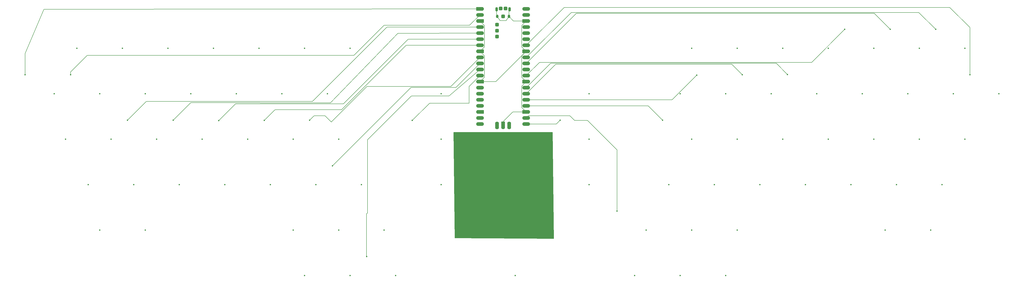
<source format=gtl>
G04 #@! TF.GenerationSoftware,KiCad,Pcbnew,8.0.9*
G04 #@! TF.CreationDate,2025-09-29T16:44:46-07:00*
G04 #@! TF.ProjectId,keyboard,6b657962-6f61-4726-942e-6b696361645f,v0.0.0-alpha*
G04 #@! TF.SameCoordinates,Original*
G04 #@! TF.FileFunction,Copper,L1,Top*
G04 #@! TF.FilePolarity,Positive*
%FSLAX46Y46*%
G04 Gerber Fmt 4.6, Leading zero omitted, Abs format (unit mm)*
G04 Created by KiCad (PCBNEW 8.0.9) date 2025-09-29 16:44:46*
%MOMM*%
%LPD*%
G01*
G04 APERTURE LIST*
G04 Aperture macros list*
%AMRoundRect*
0 Rectangle with rounded corners*
0 $1 Rounding radius*
0 $2 $3 $4 $5 $6 $7 $8 $9 X,Y pos of 4 corners*
0 Add a 4 corners polygon primitive as box body*
4,1,4,$2,$3,$4,$5,$6,$7,$8,$9,$2,$3,0*
0 Add four circle primitives for the rounded corners*
1,1,$1+$1,$2,$3*
1,1,$1+$1,$4,$5*
1,1,$1+$1,$6,$7*
1,1,$1+$1,$8,$9*
0 Add four rect primitives between the rounded corners*
20,1,$1+$1,$2,$3,$4,$5,0*
20,1,$1+$1,$4,$5,$6,$7,0*
20,1,$1+$1,$6,$7,$8,$9,0*
20,1,$1+$1,$8,$9,$2,$3,0*%
%AMFreePoly0*
4,1,28,0.978017,0.779942,1.147107,0.720775,1.298792,0.625465,1.425465,0.498792,1.520775,0.347107,1.579942,0.178017,1.600000,0.000000,1.579942,-0.178017,1.520775,-0.347107,1.425465,-0.498792,1.298792,-0.625465,1.147107,-0.720775,0.978017,-0.779942,0.800000,-0.800000,-1.400000,-0.800000,-1.405014,-0.794986,-1.444504,-0.794986,-1.524698,-0.756366,-1.580194,-0.686777,-1.600000,-0.600000,
-1.600000,0.600000,-1.580194,0.686777,-1.524698,0.756366,-1.444504,0.794986,-1.405014,0.794986,-1.400000,0.800000,0.800000,0.800000,0.978017,0.779942,0.978017,0.779942,$1*%
%AMFreePoly1*
4,1,28,1.405014,0.794986,1.444504,0.794986,1.524698,0.756366,1.580194,0.686777,1.600000,0.600000,1.600000,-0.600000,1.580194,-0.686777,1.524698,-0.756366,1.444504,-0.794986,1.405014,-0.794986,1.400000,-0.800000,-0.800000,-0.800000,-0.978017,-0.779942,-1.147107,-0.720775,-1.298792,-0.625465,-1.425465,-0.498792,-1.520775,-0.347107,-1.579942,-0.178017,-1.600000,0.000000,-1.579942,0.178017,
-1.520775,0.347107,-1.425465,0.498792,-1.298792,0.625465,-1.147107,0.720775,-0.978017,0.779942,-0.800000,0.800000,1.400000,0.800000,1.405014,0.794986,1.405014,0.794986,$1*%
%AMFreePoly2*
4,1,29,1.778017,0.779942,1.947107,0.720775,2.098792,0.625465,2.225465,0.498792,2.320775,0.347107,2.379942,0.178017,2.400000,0.000000,2.379942,-0.178017,2.320775,-0.347107,2.225465,-0.498792,2.098792,-0.625465,1.947107,-0.720775,1.778017,-0.779942,1.600000,-0.800000,0.000000,-0.800000,-0.600000,-0.800000,-0.605014,-0.794986,-0.644504,-0.794986,-0.724698,-0.756366,-0.780194,-0.686777,
-0.800000,-0.600000,-0.800000,0.600000,-0.780194,0.686777,-0.724698,0.756366,-0.644504,0.794986,-0.605014,0.794986,-0.600000,0.800000,1.600000,0.800000,1.778017,0.779942,1.778017,0.779942,$1*%
G04 Aperture macros list end*
G04 #@! TA.AperFunction,SMDPad,CuDef*
%ADD10O,1.100000X1.800000*%
G04 #@! TD*
G04 #@! TA.AperFunction,SMDPad,CuDef*
%ADD11O,1.050000X1.450000*%
G04 #@! TD*
G04 #@! TA.AperFunction,SMDPad,CuDef*
%ADD12FreePoly0,0.000000*%
G04 #@! TD*
G04 #@! TA.AperFunction,SMDPad,CuDef*
%ADD13RoundRect,0.800000X-0.800000X-0.000010X0.800000X-0.000010X0.800000X0.000010X-0.800000X0.000010X0*%
G04 #@! TD*
G04 #@! TA.AperFunction,SMDPad,CuDef*
%ADD14FreePoly1,0.000000*%
G04 #@! TD*
G04 #@! TA.AperFunction,SMDPad,CuDef*
%ADD15RoundRect,0.800000X0.000010X-0.800000X0.000010X0.800000X-0.000010X0.800000X-0.000010X-0.800000X0*%
G04 #@! TD*
G04 #@! TA.AperFunction,SMDPad,CuDef*
%ADD16FreePoly2,270.000000*%
G04 #@! TD*
G04 #@! TA.AperFunction,SMDPad,CuDef*
%ADD17RoundRect,0.300000X-0.450000X-0.450000X0.450000X-0.450000X0.450000X0.450000X-0.450000X0.450000X0*%
G04 #@! TD*
G04 #@! TA.AperFunction,ViaPad*
%ADD18C,0.600000*%
G04 #@! TD*
G04 #@! TA.AperFunction,Conductor*
%ADD19C,0.200000*%
G04 #@! TD*
G04 APERTURE END LIST*
D10*
G04 #@! TO.P,PICO,*
G04 #@! TO.N,GND*
X292650000Y-133625000D03*
D11*
X292950000Y-136655000D03*
X297800000Y-136655000D03*
D10*
X298100000Y-133625000D03*
D12*
G04 #@! TO.P,PICO,1*
G04 #@! TO.N,COL0*
X285685000Y-133495000D03*
D13*
G04 #@! TO.P,PICO,2*
G04 #@! TO.N,COL1*
X285685000Y-136035000D03*
D14*
G04 #@! TO.P,PICO,3*
G04 #@! TO.N,GND*
X285685000Y-138575000D03*
D13*
G04 #@! TO.P,PICO,4*
G04 #@! TO.N,COL2*
X285685000Y-141115000D03*
G04 #@! TO.P,PICO,5*
G04 #@! TO.N,COL3*
X285685000Y-143655000D03*
G04 #@! TO.P,PICO,6*
G04 #@! TO.N,COL4*
X285685000Y-146195000D03*
G04 #@! TO.P,PICO,7*
G04 #@! TO.N,COL5*
X285685000Y-148735000D03*
D14*
G04 #@! TO.P,PICO,8*
G04 #@! TO.N,GND*
X285685000Y-151275000D03*
D13*
G04 #@! TO.P,PICO,9*
G04 #@! TO.N,COL6*
X285685000Y-153815000D03*
G04 #@! TO.P,PICO,10*
G04 #@! TO.N,COL7*
X285685000Y-156355000D03*
G04 #@! TO.P,PICO,11*
G04 #@! TO.N,COL8*
X285685000Y-158895000D03*
G04 #@! TO.P,PICO,12*
G04 #@! TO.N,COL9*
X285685000Y-161435000D03*
D14*
G04 #@! TO.P,PICO,13*
G04 #@! TO.N,GND*
X285685000Y-163975000D03*
D13*
G04 #@! TO.P,PICO,14*
G04 #@! TO.N,ROW0*
X285685000Y-166515000D03*
G04 #@! TO.P,PICO,15*
G04 #@! TO.N,ROW1*
X285685000Y-169055000D03*
G04 #@! TO.P,PICO,16*
G04 #@! TO.N,ROW2*
X285685000Y-171595000D03*
G04 #@! TO.P,PICO,17*
G04 #@! TO.N,ROW3*
X285685000Y-174135000D03*
D14*
G04 #@! TO.P,PICO,18*
G04 #@! TO.N,N/C*
X285685000Y-176675000D03*
D13*
G04 #@! TO.P,PICO,19*
G04 #@! TO.N,ROW4*
X285685000Y-179215000D03*
G04 #@! TO.P,PICO,20*
G04 #@! TO.N,ROW5*
X285685000Y-181755000D03*
G04 #@! TO.P,PICO,21*
G04 #@! TO.N,COL12*
X305065000Y-181755000D03*
G04 #@! TO.P,PICO,22*
G04 #@! TO.N,COL13*
X305065000Y-179215000D03*
D12*
G04 #@! TO.P,PICO,23*
G04 #@! TO.N,GND*
X305065000Y-176675000D03*
D13*
G04 #@! TO.P,PICO,24*
G04 #@! TO.N,COL14*
X305065000Y-174135000D03*
G04 #@! TO.P,PICO,25*
G04 #@! TO.N,COL15*
X305065000Y-171595000D03*
G04 #@! TO.P,PICO,26*
G04 #@! TO.N,COL16*
X305065000Y-169055000D03*
G04 #@! TO.P,PICO,27*
G04 #@! TO.N,COL17*
X305065000Y-166515000D03*
D12*
G04 #@! TO.P,PICO,28*
G04 #@! TO.N,GND*
X305065000Y-163975000D03*
D13*
G04 #@! TO.P,PICO,29*
G04 #@! TO.N,COL18*
X305065000Y-161435000D03*
G04 #@! TO.P,PICO,30*
G04 #@! TO.N,N/C*
X305065000Y-158895000D03*
G04 #@! TO.P,PICO,31*
G04 #@! TO.N,COL19*
X305065000Y-156355000D03*
G04 #@! TO.P,PICO,32*
G04 #@! TO.N,COL20*
X305065000Y-153815000D03*
D12*
G04 #@! TO.P,PICO,33*
G04 #@! TO.N,GND*
X305065000Y-151275000D03*
D13*
G04 #@! TO.P,PICO,34*
G04 #@! TO.N,COL21*
X305065000Y-148735000D03*
G04 #@! TO.P,PICO,35*
G04 #@! TO.N,N/C*
X305065000Y-146195000D03*
G04 #@! TO.P,PICO,36*
X305065000Y-143655000D03*
G04 #@! TO.P,PICO,37*
X305065000Y-141115000D03*
D12*
G04 #@! TO.P,PICO,38*
G04 #@! TO.N,GND*
X305065000Y-138575000D03*
D13*
G04 #@! TO.P,PICO,39*
G04 #@! TO.N,N/C*
X305065000Y-136035000D03*
G04 #@! TO.P,PICO,40*
X305065000Y-133495000D03*
D15*
G04 #@! TO.P,PICO,D1*
X292835000Y-182325000D03*
D16*
G04 #@! TO.P,PICO,D2*
G04 #@! TO.N,GND*
X295375000Y-181525000D03*
D15*
G04 #@! TO.P,PICO,D3*
G04 #@! TO.N,N/C*
X297915000Y-182325000D03*
D17*
G04 #@! TO.P,PICO,TP1*
X295375000Y-136625000D03*
G04 #@! TO.P,PICO,TP2*
X296375000Y-133325000D03*
G04 #@! TO.P,PICO,TP3*
X294375000Y-133325000D03*
G04 #@! TO.P,PICO,TP4*
X292875000Y-140125000D03*
G04 #@! TO.P,PICO,TP5*
X292875000Y-142625000D03*
G04 #@! TO.P,PICO,TP6*
X292875000Y-145125000D03*
G04 #@! TD*
D18*
G04 #@! TO.N,COL0*
X95396700Y-161116700D03*
G04 #@! TO.N,COL1*
X114446700Y-161125000D03*
G04 #@! TO.N,COL12*
X319234200Y-180125000D03*
G04 #@! TO.N,COL13*
X343031700Y-218281700D03*
G04 #@! TO.N,COL14*
X362090000Y-180160000D03*
G04 #@! TO.N,COL15*
X376384200Y-161250000D03*
G04 #@! TO.N,COL16*
X395434200Y-161125000D03*
G04 #@! TO.N,COL17*
X414375000Y-161000000D03*
G04 #@! TO.N,COL18*
X438296700Y-142066700D03*
G04 #@! TO.N,COL19*
X457346700Y-142066700D03*
G04 #@! TO.N,COL2*
X138259200Y-180166700D03*
G04 #@! TO.N,COL20*
X476396700Y-142066700D03*
G04 #@! TO.N,COL21*
X490684200Y-161116700D03*
G04 #@! TO.N,COL3*
X157375000Y-180125000D03*
G04 #@! TO.N,COL4*
X176437500Y-180312500D03*
G04 #@! TO.N,COL5*
X195500000Y-180250000D03*
G04 #@! TO.N,COL6*
X214459200Y-180166700D03*
G04 #@! TO.N,COL7*
X223984200Y-199250000D03*
G04 #@! TO.N,COL8*
X238271700Y-237316700D03*
G04 #@! TO.N,COL9*
X257375000Y-180250000D03*
G04 #@! TO.N,ROW0*
X450461700Y-150006700D03*
X155186700Y-150006700D03*
X117086700Y-150006700D03*
X374261700Y-150006700D03*
X212336700Y-150006700D03*
X231386700Y-150006700D03*
X285685000Y-166515000D03*
X469511700Y-150006700D03*
X412361700Y-150006700D03*
X393311700Y-150006700D03*
X174236700Y-150006700D03*
X431411700Y-150006700D03*
X193286700Y-150006700D03*
X136136700Y-150006700D03*
X488561700Y-150006700D03*
G04 #@! TO.N,ROW1*
X164711700Y-169056700D03*
X426649200Y-169056700D03*
X183761700Y-169056700D03*
X107561700Y-169056700D03*
X126611700Y-169056700D03*
X464749200Y-169056700D03*
X445699200Y-169056700D03*
X331399200Y-169056700D03*
X502849200Y-169056700D03*
X388549200Y-169056700D03*
X369499200Y-169056700D03*
X285625000Y-169056700D03*
X221875000Y-169056700D03*
X407599200Y-169056700D03*
X483799200Y-169056700D03*
X269486700Y-169056700D03*
X202875000Y-169056700D03*
X145661700Y-169056700D03*
G04 #@! TO.N,ROW2*
X393311700Y-188106700D03*
X431411700Y-188106700D03*
X285685000Y-171595000D03*
X412361700Y-188106700D03*
X488561700Y-188106700D03*
X112324200Y-188106700D03*
X331399200Y-188106700D03*
X450461700Y-188106700D03*
X131374200Y-188106700D03*
X374261700Y-188106700D03*
X169474200Y-188106700D03*
X226624200Y-188106700D03*
X269486700Y-188106700D03*
X150424200Y-188106700D03*
X207574200Y-188106700D03*
X188524200Y-188106700D03*
X469511700Y-188106700D03*
G04 #@! TO.N,ROW3*
X198049200Y-207156700D03*
X217099200Y-207156700D03*
X402836700Y-207156700D03*
X269500000Y-207156700D03*
X479036700Y-207156700D03*
X421886700Y-207156700D03*
X364736700Y-207156700D03*
X331399200Y-207156700D03*
X121849200Y-207156700D03*
X383786700Y-207156700D03*
X236149200Y-207156700D03*
X459986700Y-207156700D03*
X440936700Y-207156700D03*
X178999200Y-207156700D03*
X140899200Y-207156700D03*
X285685000Y-174135000D03*
X159949200Y-207156700D03*
G04 #@! TO.N,ROW4*
X455224200Y-226206700D03*
X145661700Y-226206700D03*
X285685000Y-179215000D03*
X374261700Y-226206700D03*
X393311700Y-226206700D03*
X126611700Y-226206700D03*
X207574200Y-226206700D03*
X226624200Y-226206700D03*
X355211700Y-226206700D03*
X245625000Y-226206700D03*
X474274200Y-226206700D03*
G04 #@! TO.N,ROW5*
X250436700Y-245256700D03*
X388549200Y-245256700D03*
X212336700Y-245256700D03*
X369499200Y-245256700D03*
X231386700Y-245256700D03*
X285685000Y-181755000D03*
X300443000Y-245256700D03*
X350449200Y-245256700D03*
G04 #@! TD*
D19*
G04 #@! TO.N,COL0*
X95396700Y-161116700D02*
X95396700Y-152215050D01*
X103250000Y-133625000D02*
X285685000Y-133495000D01*
X95396700Y-152215050D02*
X103250000Y-133625000D01*
G04 #@! TO.N,COL1*
X233000000Y-153000000D02*
X245625000Y-140375000D01*
X121375000Y-153000000D02*
X233000000Y-153000000D01*
X245625000Y-140375000D02*
X281345000Y-140375000D01*
X281345000Y-140375000D02*
X285685000Y-136035000D01*
X114446700Y-159928300D02*
X121375000Y-153000000D01*
X114446700Y-161125000D02*
X114446700Y-159928300D01*
G04 #@! TO.N,COL12*
X317604200Y-181755000D02*
X305065000Y-181755000D01*
X319234200Y-180125000D02*
X317604200Y-181755000D01*
G04 #@! TO.N,COL13*
X330674912Y-180250000D02*
X325244150Y-180250000D01*
X323285850Y-178291700D02*
X305988300Y-178291700D01*
X343031700Y-218281700D02*
X343031700Y-192606788D01*
X343031700Y-192606788D02*
X330674912Y-180250000D01*
X305988300Y-178291700D02*
X305065000Y-179215000D01*
X325244150Y-180250000D02*
X323285850Y-178291700D01*
G04 #@! TO.N,COL14*
X356065000Y-174135000D02*
X305065000Y-174135000D01*
X362090000Y-180160000D02*
X356065000Y-174135000D01*
G04 #@! TO.N,COL15*
X376384200Y-161250000D02*
X366039200Y-171595000D01*
X366039200Y-171595000D02*
X305065000Y-171595000D01*
G04 #@! TO.N,COL16*
X395434200Y-161125000D02*
X391010900Y-156701700D01*
X317418300Y-156701700D02*
X305065000Y-169055000D01*
X391010900Y-156701700D02*
X317418300Y-156701700D01*
G04 #@! TO.N,COL17*
X315278300Y-156301700D02*
X409676700Y-156301700D01*
X305065000Y-166515000D02*
X315278300Y-156301700D01*
X409676700Y-156301700D02*
X414375000Y-161000000D01*
G04 #@! TO.N,COL18*
X310598300Y-155901700D02*
X424473300Y-155901700D01*
X424473300Y-155901700D02*
X438250000Y-142125000D01*
X305065000Y-161435000D02*
X310598300Y-155901700D01*
G04 #@! TO.N,COL19*
X326045000Y-135375000D02*
X305065000Y-156355000D01*
X457346700Y-142066700D02*
X450655000Y-135375000D01*
X450655000Y-135375000D02*
X326045000Y-135375000D01*
G04 #@! TO.N,COL2*
X285685000Y-141115000D02*
X246760000Y-141115000D01*
X246760000Y-141115000D02*
X215625000Y-172250000D01*
X138259200Y-180166700D02*
X146125000Y-172250000D01*
X146125000Y-172250000D02*
X215625000Y-172250000D01*
G04 #@! TO.N,COL20*
X323905000Y-134975000D02*
X469305000Y-134975000D01*
X469305000Y-134975000D02*
X476396700Y-142066700D01*
X305065000Y-153815000D02*
X323905000Y-134975000D01*
G04 #@! TO.N,COL21*
X490684200Y-141309200D02*
X482250000Y-132875000D01*
X490684200Y-161116700D02*
X490684200Y-141309200D01*
X320925000Y-132875000D02*
X305065000Y-148735000D01*
X482250000Y-132875000D02*
X320925000Y-132875000D01*
G04 #@! TO.N,COL3*
X285685000Y-143655000D02*
X251375000Y-143750000D01*
X251375000Y-143750000D02*
X223125000Y-172875000D01*
X223125000Y-172875000D02*
X164725000Y-172775000D01*
X164725000Y-172775000D02*
X157375000Y-180125000D01*
G04 #@! TO.N,COL4*
X183461824Y-173288176D02*
X176437500Y-180312500D01*
X228580381Y-173288176D02*
X183461824Y-173288176D01*
X285685000Y-146195000D02*
X255673557Y-146195000D01*
X255673557Y-146195000D02*
X228580381Y-173288176D01*
G04 #@! TO.N,COL5*
X199998300Y-175751700D02*
X195500000Y-180250000D01*
X227807615Y-175751700D02*
X199998300Y-175751700D01*
X254824315Y-148735000D02*
X227807615Y-175751700D01*
X285685000Y-148735000D02*
X254824315Y-148735000D01*
G04 #@! TO.N,COL6*
X238355850Y-166006700D02*
X223487550Y-180875000D01*
X216334200Y-178291700D02*
X214459200Y-180166700D01*
X273493300Y-166006700D02*
X238355850Y-166006700D01*
X223487550Y-180875000D02*
X220904250Y-178291700D01*
X220904250Y-178291700D02*
X216334200Y-178291700D01*
X285685000Y-153815000D02*
X273493300Y-166006700D01*
G04 #@! TO.N,COL7*
X256827500Y-166406700D02*
X275633300Y-166406700D01*
X275633300Y-166406700D02*
X285685000Y-156355000D01*
X223984200Y-199250000D02*
X256827500Y-166406700D01*
G04 #@! TO.N,COL8*
X238271700Y-237316700D02*
X238244200Y-237289200D01*
X272750000Y-170000000D02*
X257000000Y-170000000D01*
X272750000Y-170000000D02*
X285685000Y-158895000D01*
X238244200Y-219458350D02*
X238659200Y-219043350D01*
X238659200Y-188340800D02*
X257000000Y-170000000D01*
X238244200Y-237289200D02*
X238244200Y-219458350D01*
X238659200Y-219043350D02*
X238659200Y-188340800D01*
G04 #@! TO.N,COL9*
X281125000Y-165995000D02*
X281125000Y-173000000D01*
X264625000Y-173000000D02*
X257375000Y-180250000D01*
X285685000Y-161435000D02*
X281125000Y-165995000D01*
X281125000Y-173000000D02*
X264625000Y-173000000D01*
G04 #@! TO.N,GND*
X287585000Y-140475000D02*
X287585000Y-149375000D01*
X294125000Y-138375000D02*
X296625000Y-138375000D01*
X292650000Y-133625000D02*
X292650000Y-136355000D01*
X303165000Y-162075000D02*
X303165000Y-153175000D01*
X292650000Y-136355000D02*
X292950000Y-136655000D01*
X292365000Y-163975000D02*
X285685000Y-163975000D01*
X292950000Y-136655000D02*
X294125000Y-138375000D01*
X305065000Y-138575000D02*
X299720000Y-138575000D01*
X305065000Y-163975000D02*
X303165000Y-162075000D01*
X287585000Y-153175000D02*
X285685000Y-151275000D01*
X305065000Y-176675000D02*
X303165000Y-174775000D01*
X299720000Y-138575000D02*
X297800000Y-136655000D01*
X303165000Y-174775000D02*
X303165000Y-165875000D01*
X303165000Y-165875000D02*
X305065000Y-163975000D01*
X297800000Y-133925000D02*
X298100000Y-133625000D01*
X305065000Y-151275000D02*
X292365000Y-163975000D01*
X299414969Y-176675000D02*
X305065000Y-176675000D01*
X303165000Y-140475000D02*
X305065000Y-138575000D01*
X287585000Y-162075000D02*
X287585000Y-153175000D01*
X303165000Y-153175000D02*
X305065000Y-151275000D01*
X305065000Y-151275000D02*
X303165000Y-149375000D01*
X296625000Y-138375000D02*
X297800000Y-136655000D01*
X303165000Y-149375000D02*
X303165000Y-140475000D01*
X295375000Y-181525000D02*
X295375000Y-180714969D01*
X295375000Y-180714969D02*
X299414969Y-176675000D01*
X287585000Y-149375000D02*
X285685000Y-151275000D01*
X297800000Y-136655000D02*
X297800000Y-133925000D01*
X285685000Y-163975000D02*
X287585000Y-162075000D01*
X285685000Y-138575000D02*
X287585000Y-140475000D01*
G04 #@! TD*
G04 #@! TA.AperFunction,Conductor*
G04 #@! TO.N,GND*
G36*
X316069417Y-185144685D02*
G01*
X316115172Y-185197489D01*
X316126370Y-185247615D01*
X316623590Y-229748857D01*
X316604656Y-229816112D01*
X316552366Y-229862454D01*
X316498851Y-229874240D01*
X275246875Y-229625734D01*
X275179955Y-229605646D01*
X275134519Y-229552567D01*
X275123630Y-229503132D01*
X274626409Y-185250393D01*
X274645339Y-185183137D01*
X274697626Y-185136791D01*
X274750401Y-185125000D01*
X316002378Y-185125000D01*
X316069417Y-185144685D01*
G37*
G04 #@! TD.AperFunction*
G04 #@! TD*
M02*

</source>
